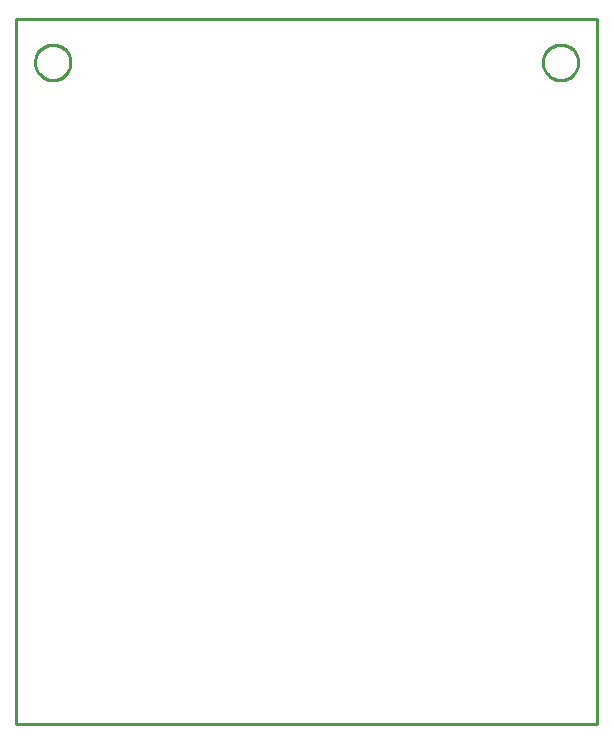
<source format=gbr>
G04 EAGLE Gerber RS-274X export*
G75*
%MOMM*%
%FSLAX34Y34*%
%LPD*%
%IN*%
%IPPOS*%
%AMOC8*
5,1,8,0,0,1.08239X$1,22.5*%
G01*
%ADD10C,0.254000*%


D10*
X0Y0D02*
X492000Y0D01*
X492000Y596800D01*
X0Y596800D01*
X0Y0D01*
X46000Y559464D02*
X45924Y558396D01*
X45771Y557335D01*
X45543Y556288D01*
X45241Y555260D01*
X44867Y554256D01*
X44422Y553281D01*
X43908Y552341D01*
X43329Y551440D01*
X42687Y550582D01*
X41985Y549772D01*
X41228Y549015D01*
X40418Y548313D01*
X39560Y547671D01*
X38659Y547092D01*
X37719Y546578D01*
X36744Y546133D01*
X35740Y545759D01*
X34712Y545457D01*
X33665Y545229D01*
X32604Y545076D01*
X31536Y545000D01*
X30464Y545000D01*
X29396Y545076D01*
X28335Y545229D01*
X27288Y545457D01*
X26260Y545759D01*
X25256Y546133D01*
X24281Y546578D01*
X23341Y547092D01*
X22440Y547671D01*
X21582Y548313D01*
X20772Y549015D01*
X20015Y549772D01*
X19313Y550582D01*
X18671Y551440D01*
X18092Y552341D01*
X17578Y553281D01*
X17133Y554256D01*
X16759Y555260D01*
X16457Y556288D01*
X16229Y557335D01*
X16076Y558396D01*
X16000Y559464D01*
X16000Y560536D01*
X16076Y561604D01*
X16229Y562665D01*
X16457Y563712D01*
X16759Y564740D01*
X17133Y565744D01*
X17578Y566719D01*
X18092Y567659D01*
X18671Y568560D01*
X19313Y569418D01*
X20015Y570228D01*
X20772Y570985D01*
X21582Y571687D01*
X22440Y572329D01*
X23341Y572908D01*
X24281Y573422D01*
X25256Y573867D01*
X26260Y574241D01*
X27288Y574543D01*
X28335Y574771D01*
X29396Y574924D01*
X30464Y575000D01*
X31536Y575000D01*
X32604Y574924D01*
X33665Y574771D01*
X34712Y574543D01*
X35740Y574241D01*
X36744Y573867D01*
X37719Y573422D01*
X38659Y572908D01*
X39560Y572329D01*
X40418Y571687D01*
X41228Y570985D01*
X41985Y570228D01*
X42687Y569418D01*
X43329Y568560D01*
X43908Y567659D01*
X44422Y566719D01*
X44867Y565744D01*
X45241Y564740D01*
X45543Y563712D01*
X45771Y562665D01*
X45924Y561604D01*
X46000Y560536D01*
X46000Y559464D01*
X476000Y559464D02*
X475924Y558396D01*
X475771Y557335D01*
X475543Y556288D01*
X475241Y555260D01*
X474867Y554256D01*
X474422Y553281D01*
X473908Y552341D01*
X473329Y551440D01*
X472687Y550582D01*
X471985Y549772D01*
X471228Y549015D01*
X470418Y548313D01*
X469560Y547671D01*
X468659Y547092D01*
X467719Y546578D01*
X466744Y546133D01*
X465740Y545759D01*
X464712Y545457D01*
X463665Y545229D01*
X462604Y545076D01*
X461536Y545000D01*
X460464Y545000D01*
X459396Y545076D01*
X458335Y545229D01*
X457288Y545457D01*
X456260Y545759D01*
X455256Y546133D01*
X454281Y546578D01*
X453341Y547092D01*
X452440Y547671D01*
X451582Y548313D01*
X450772Y549015D01*
X450015Y549772D01*
X449313Y550582D01*
X448671Y551440D01*
X448092Y552341D01*
X447578Y553281D01*
X447133Y554256D01*
X446759Y555260D01*
X446457Y556288D01*
X446229Y557335D01*
X446076Y558396D01*
X446000Y559464D01*
X446000Y560536D01*
X446076Y561604D01*
X446229Y562665D01*
X446457Y563712D01*
X446759Y564740D01*
X447133Y565744D01*
X447578Y566719D01*
X448092Y567659D01*
X448671Y568560D01*
X449313Y569418D01*
X450015Y570228D01*
X450772Y570985D01*
X451582Y571687D01*
X452440Y572329D01*
X453341Y572908D01*
X454281Y573422D01*
X455256Y573867D01*
X456260Y574241D01*
X457288Y574543D01*
X458335Y574771D01*
X459396Y574924D01*
X460464Y575000D01*
X461536Y575000D01*
X462604Y574924D01*
X463665Y574771D01*
X464712Y574543D01*
X465740Y574241D01*
X466744Y573867D01*
X467719Y573422D01*
X468659Y572908D01*
X469560Y572329D01*
X470418Y571687D01*
X471228Y570985D01*
X471985Y570228D01*
X472687Y569418D01*
X473329Y568560D01*
X473908Y567659D01*
X474422Y566719D01*
X474867Y565744D01*
X475241Y564740D01*
X475543Y563712D01*
X475771Y562665D01*
X475924Y561604D01*
X476000Y560536D01*
X476000Y559464D01*
M02*

</source>
